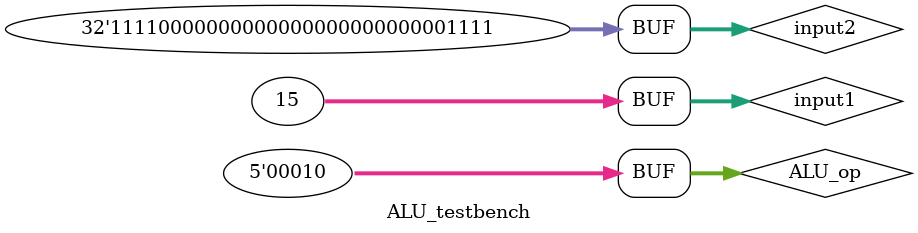
<source format=v>
`timescale 1ns / 1ps


module ALU_testbench();
reg[4:0] ALU_op;
reg[31:0] input1;
reg[31:0] input2;

wire[31:0] alu_out;
wire zero;



ALU dut (
.ALU_op(ALU_op),
.input1(input1),
.input2(input2),
.alu_out(alu_out),
.zero(zero)
);

initial begin
ALU_op = 5'b01110;//this is SLL, for SLLI we need to connect to the IMMGEN, which I did, but not in this testbench
input1 = 32'h0000000f;
input2 = 32'h0000000f;// imm will be 15
end

initial begin
#10; 
input2 = 32'hf000000f;// added signed bits in front, signed = -268435441, unsigned = 4026531855 
ALU_op = 5'b00101;//this is BLT, with signed arguments, 15>-268435441, so zero should be 0
#10 ALU_op = 5'b00111;// this is BLTU, unsigned branch if less then, 15< 4026531855 so zero should be 1, we can see the difference between BLT and BLTU
#10 ALU_op = 5'b00010;//JAL,JALR,LB,LH,LBU,LHU,LW,SB,SH,SW,ADD,ADDI
end



endmodule

</source>
